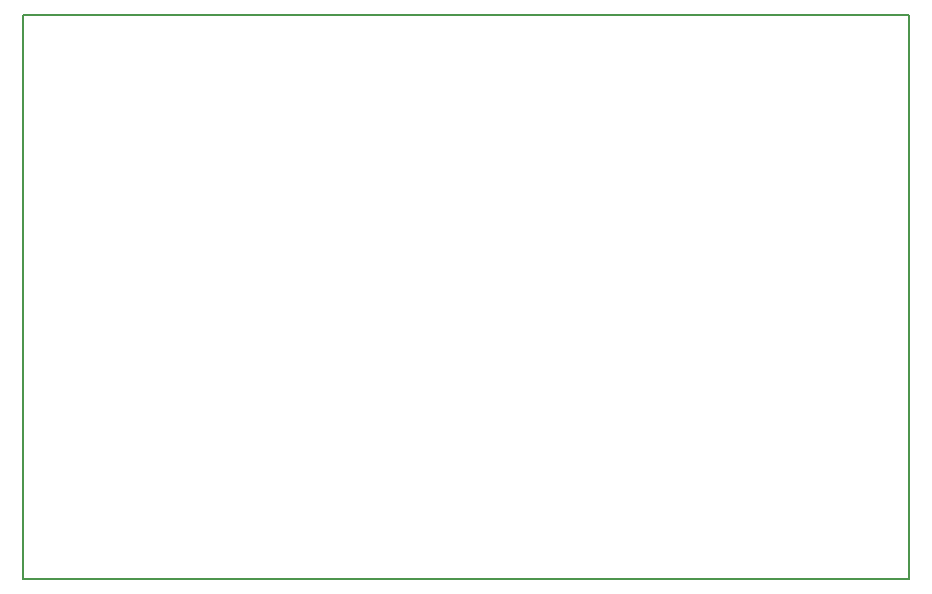
<source format=gbr>
G04 #@! TF.GenerationSoftware,KiCad,Pcbnew,5.0.2-bee76a0~70~ubuntu16.04.1*
G04 #@! TF.CreationDate,2020-01-03T14:39:20-08:00*
G04 #@! TF.ProjectId,Cap_touch_test,4361705f-746f-4756-9368-5f746573742e,rev?*
G04 #@! TF.SameCoordinates,Original*
G04 #@! TF.FileFunction,Profile,NP*
%FSLAX46Y46*%
G04 Gerber Fmt 4.6, Leading zero omitted, Abs format (unit mm)*
G04 Created by KiCad (PCBNEW 5.0.2-bee76a0~70~ubuntu16.04.1) date Fri 03 Jan 2020 14:39:20 PST*
%MOMM*%
%LPD*%
G01*
G04 APERTURE LIST*
%ADD10C,0.150000*%
G04 APERTURE END LIST*
D10*
X36118800Y-61747400D02*
X36118800Y-13995400D01*
X111125000Y-61772800D02*
X36118800Y-61772800D01*
X111099600Y-13995400D02*
X36118800Y-13995400D01*
X111099600Y-61772800D02*
X111099600Y-14020800D01*
M02*

</source>
